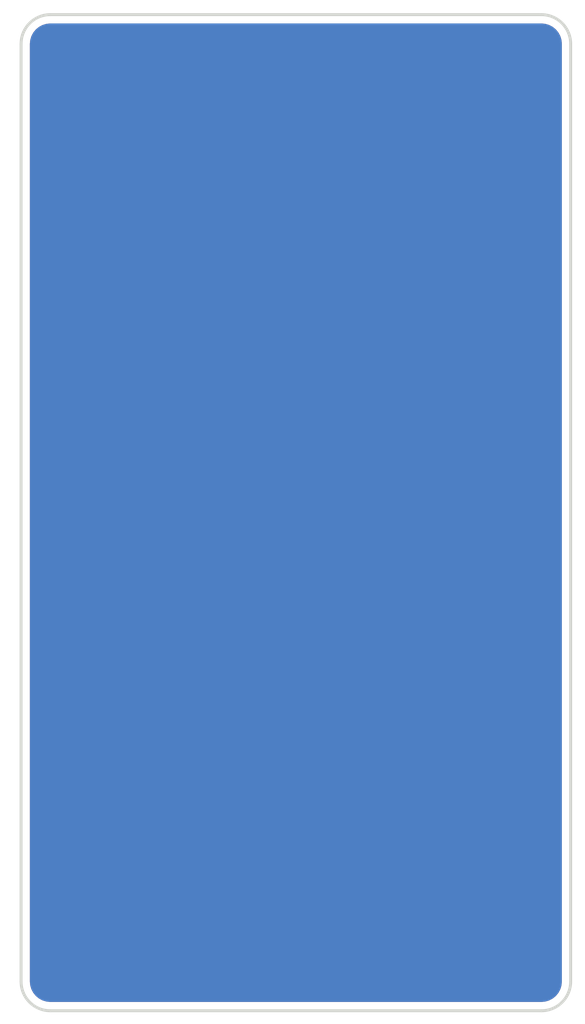
<source format=kicad_pcb>
(kicad_pcb (version 20221018) (generator pcbnew)

  (general
    (thickness 1.2)
  )

  (paper "A4")
  (layers
    (0 "F.Cu" signal)
    (31 "B.Cu" signal)
    (32 "B.Adhes" user "B.Adhesive")
    (33 "F.Adhes" user "F.Adhesive")
    (34 "B.Paste" user)
    (35 "F.Paste" user)
    (36 "B.SilkS" user "B.Silkscreen")
    (37 "F.SilkS" user "F.Silkscreen")
    (38 "B.Mask" user)
    (39 "F.Mask" user)
    (40 "Dwgs.User" user "User.Drawings")
    (41 "Cmts.User" user "User.Comments")
    (42 "Eco1.User" user "User.Eco1")
    (43 "Eco2.User" user "User.Eco2")
    (44 "Edge.Cuts" user)
    (45 "Margin" user)
    (46 "B.CrtYd" user "B.Courtyard")
    (47 "F.CrtYd" user "F.Courtyard")
    (48 "B.Fab" user)
    (49 "F.Fab" user)
    (50 "User.1" user)
    (51 "User.2" user)
    (52 "User.3" user)
    (53 "User.4" user)
    (54 "User.5" user)
    (55 "User.6" user)
    (56 "User.7" user)
    (57 "User.8" user)
    (58 "User.9" user)
  )

  (setup
    (stackup
      (layer "F.SilkS" (type "Top Silk Screen"))
      (layer "F.Paste" (type "Top Solder Paste"))
      (layer "F.Mask" (type "Top Solder Mask") (thickness 0.01))
      (layer "F.Cu" (type "copper") (thickness 0.035))
      (layer "dielectric 1" (type "core") (thickness 1.11) (material "FR4") (epsilon_r 4.5) (loss_tangent 0.02))
      (layer "B.Cu" (type "copper") (thickness 0.035))
      (layer "B.Mask" (type "Bottom Solder Mask") (thickness 0.01))
      (layer "B.Paste" (type "Bottom Solder Paste"))
      (layer "B.SilkS" (type "Bottom Silk Screen"))
      (copper_finish "None")
      (dielectric_constraints no)
    )
    (pad_to_mask_clearance 0)
    (grid_origin 70 50)
    (pcbplotparams
      (layerselection 0x00010fc_ffffffff)
      (plot_on_all_layers_selection 0x0000000_00000000)
      (disableapertmacros false)
      (usegerberextensions false)
      (usegerberattributes true)
      (usegerberadvancedattributes true)
      (creategerberjobfile true)
      (dashed_line_dash_ratio 12.000000)
      (dashed_line_gap_ratio 3.000000)
      (svgprecision 4)
      (plotframeref false)
      (viasonmask false)
      (mode 1)
      (useauxorigin false)
      (hpglpennumber 1)
      (hpglpenspeed 20)
      (hpglpendiameter 15.000000)
      (dxfpolygonmode true)
      (dxfimperialunits true)
      (dxfusepcbnewfont true)
      (psnegative false)
      (psa4output false)
      (plotreference true)
      (plotvalue true)
      (plotinvisibletext false)
      (sketchpadsonfab false)
      (subtractmaskfromsilk false)
      (outputformat 1)
      (mirror false)
      (drillshape 1)
      (scaleselection 1)
      (outputdirectory "")
    )
  )

  (net 0 "")

  (gr_rect (start 52.22 50) (end 70 83.02)
    (stroke (width 0.001) (type solid)) (fill none) (layer "Dwgs.User") (tstamp 9426c2c4-816e-447e-b476-73d539078080))
  (gr_arc (start 51.72 50.5) (mid 52.012893 49.792893) (end 52.72 49.5)
    (stroke (width 0.1) (type solid)) (layer "Edge.Cuts") (tstamp 09bb8a81-5d23-4a87-9cc7-ed5598fa3ec1))
  (gr_arc (start 52.72 83.52) (mid 52.012893 83.227107) (end 51.72 82.52)
    (stroke (width 0.1) (type solid)) (layer "Edge.Cuts") (tstamp 19b847eb-a6fe-421e-a134-7770d6a217b9))
  (gr_line (start 69.5 83.52) (end 52.72 83.52)
    (stroke (width 0.1) (type solid)) (layer "Edge.Cuts") (tstamp 37ed54d2-7a45-4285-86bd-3bfb7a35fdb0))
  (gr_arc (start 69.5 49.5) (mid 70.207107 49.792893) (end 70.5 50.5)
    (stroke (width 0.1) (type solid)) (layer "Edge.Cuts") (tstamp 450d8110-d22a-48e8-b811-cfe2ca742406))
  (gr_line (start 69.5 49.5) (end 52.72 49.5)
    (stroke (width 0.1) (type solid)) (layer "Edge.Cuts") (tstamp 8e74bc58-11ea-45ec-9ed9-031fe6e8af05))
  (gr_arc (start 70.5 82.52) (mid 70.207107 83.227107) (end 69.5 83.52)
    (stroke (width 0.1) (type solid)) (layer "Edge.Cuts") (tstamp c90050ae-99cc-4831-ab7b-b04350529013))
  (gr_line (start 70.5 82.52) (end 70.5 50.5)
    (stroke (width 0.1) (type solid)) (layer "Edge.Cuts") (tstamp dd8743ad-d7e0-4388-95a6-2fc5754ea3b3))
  (gr_line (start 51.72 50.5) (end 51.72 82.52)
    (stroke (width 0.1) (type solid)) (layer "Edge.Cuts") (tstamp f67f9679-be93-4618-89f9-b5a54270c1e5))

  (zone (net 0) (net_name "") (layers "F&B.Cu") (tstamp 9e316383-bdd7-40d3-b9a3-d5dc08509acc) (hatch edge 0.5)
    (connect_pads (clearance 0.5))
    (min_thickness 0.25) (filled_areas_thickness no)
    (fill yes (thermal_gap 0.5) (thermal_bridge_width 0.5) (island_removal_mode 1) (island_area_min 10))
    (polygon
      (pts
        (xy 51 49)
        (xy 71 49)
        (xy 71 84)
        (xy 51 84)
      )
    )
    (filled_polygon
      (layer "F.Cu")
      (island)
      (pts
        (xy 69.503031 49.800799)
        (xy 69.550947 49.805517)
        (xy 69.624317 49.812744)
        (xy 69.648145 49.817483)
        (xy 69.756005 49.850202)
        (xy 69.778453 49.859501)
        (xy 69.877849 49.912629)
        (xy 69.898059 49.926133)
        (xy 69.985179 49.99763)
        (xy 70.002369 50.01482)
        (xy 70.073866 50.10194)
        (xy 70.08737 50.12215)
        (xy 70.140495 50.221538)
        (xy 70.149798 50.243997)
        (xy 70.182514 50.351848)
        (xy 70.187256 50.375688)
        (xy 70.199201 50.496966)
        (xy 70.1995 50.503047)
        (xy 70.1995 82.516951)
        (xy 70.199201 82.523032)
        (xy 70.187256 82.644311)
        (xy 70.182514 82.668151)
        (xy 70.149798 82.776002)
        (xy 70.140495 82.798461)
        (xy 70.08737 82.897849)
        (xy 70.073866 82.918059)
        (xy 70.002369 83.005179)
        (xy 69.985179 83.022369)
        (xy 69.898059 83.093866)
        (xy 69.877849 83.10737)
        (xy 69.778461 83.160495)
        (xy 69.756002 83.169798)
        (xy 69.648151 83.202514)
        (xy 69.624311 83.207256)
        (xy 69.503032 83.219201)
        (xy 69.496951 83.2195)
        (xy 52.723049 83.2195)
        (xy 52.716968 83.219201)
        (xy 52.595688 83.207256)
        (xy 52.571848 83.202514)
        (xy 52.463997 83.169798)
        (xy 52.441541 83.160496)
        (xy 52.34215 83.10737)
        (xy 52.32194 83.093866)
        (xy 52.23482 83.022369)
        (xy 52.21763 83.005179)
        (xy 52.146133 82.918059)
        (xy 52.132629 82.897849)
        (xy 52.093441 82.824534)
        (xy 52.079501 82.798453)
        (xy 52.070201 82.776002)
        (xy 52.037483 82.668145)
        (xy 52.032744 82.644317)
        (xy 52.020799 82.523031)
        (xy 52.0205 82.516951)
        (xy 52.0205 50.503047)
        (xy 52.020799 50.496967)
        (xy 52.024534 50.45904)
        (xy 52.032744 50.37568)
        (xy 52.037483 50.351856)
        (xy 52.070203 50.24399)
        (xy 52.079499 50.221549)
        (xy 52.132632 50.122144)
        (xy 52.146133 50.10194)
        (xy 52.217635 50.014814)
        (xy 52.234814 49.997635)
        (xy 52.321942 49.926131)
        (xy 52.342144 49.912632)
        (xy 52.441549 49.859499)
        (xy 52.46399 49.850203)
        (xy 52.571856 49.817483)
        (xy 52.595682 49.812744)
        (xy 52.669052 49.805517)
        (xy 52.716969 49.800799)
        (xy 52.723049 49.8005)
        (xy 52.767595 49.8005)
        (xy 69.452405 49.8005)
        (xy 69.496951 49.8005)
      )
    )
    (filled_polygon
      (layer "B.Cu")
      (island)
      (pts
        (xy 69.503031 49.800799)
        (xy 69.550947 49.805517)
        (xy 69.624317 49.812744)
        (xy 69.648145 49.817483)
        (xy 69.756005 49.850202)
        (xy 69.778453 49.859501)
        (xy 69.877849 49.912629)
        (xy 69.898059 49.926133)
        (xy 69.985179 49.99763)
        (xy 70.002369 50.01482)
        (xy 70.073866 50.10194)
        (xy 70.08737 50.12215)
        (xy 70.140495 50.221538)
        (xy 70.149798 50.243997)
        (xy 70.182514 50.351848)
        (xy 70.187256 50.375688)
        (xy 70.199201 50.496966)
        (xy 70.1995 50.503047)
        (xy 70.1995 82.516951)
        (xy 70.199201 82.523032)
        (xy 70.187256 82.644311)
        (xy 70.182514 82.668151)
        (xy 70.149798 82.776002)
        (xy 70.140495 82.798461)
        (xy 70.08737 82.897849)
        (xy 70.073866 82.918059)
        (xy 70.002369 83.005179)
        (xy 69.985179 83.022369)
        (xy 69.898059 83.093866)
        (xy 69.877849 83.10737)
        (xy 69.778461 83.160495)
        (xy 69.756002 83.169798)
        (xy 69.648151 83.202514)
        (xy 69.624311 83.207256)
        (xy 69.503032 83.219201)
        (xy 69.496951 83.2195)
        (xy 52.723049 83.2195)
        (xy 52.716968 83.219201)
        (xy 52.595688 83.207256)
        (xy 52.571848 83.202514)
        (xy 52.463997 83.169798)
        (xy 52.441541 83.160496)
        (xy 52.34215 83.10737)
        (xy 52.32194 83.093866)
        (xy 52.23482 83.022369)
        (xy 52.21763 83.005179)
        (xy 52.146133 82.918059)
        (xy 52.132629 82.897849)
        (xy 52.093441 82.824534)
        (xy 52.079501 82.798453)
        (xy 52.070201 82.776002)
        (xy 52.037483 82.668145)
        (xy 52.032744 82.644317)
        (xy 52.020799 82.523031)
        (xy 52.0205 82.516951)
        (xy 52.0205 50.503047)
        (xy 52.020799 50.496967)
        (xy 52.024534 50.45904)
        (xy 52.032744 50.37568)
        (xy 52.037483 50.351856)
        (xy 52.070203 50.24399)
        (xy 52.079499 50.221549)
        (xy 52.132632 50.122144)
        (xy 52.146133 50.10194)
        (xy 52.217635 50.014814)
        (xy 52.234814 49.997635)
        (xy 52.321942 49.926131)
        (xy 52.342144 49.912632)
        (xy 52.441549 49.859499)
        (xy 52.46399 49.850203)
        (xy 52.571856 49.817483)
        (xy 52.595682 49.812744)
        (xy 52.669052 49.805517)
        (xy 52.716969 49.800799)
        (xy 52.723049 49.8005)
        (xy 52.767595 49.8005)
        (xy 69.452405 49.8005)
        (xy 69.496951 49.8005)
      )
    )
  )
)

</source>
